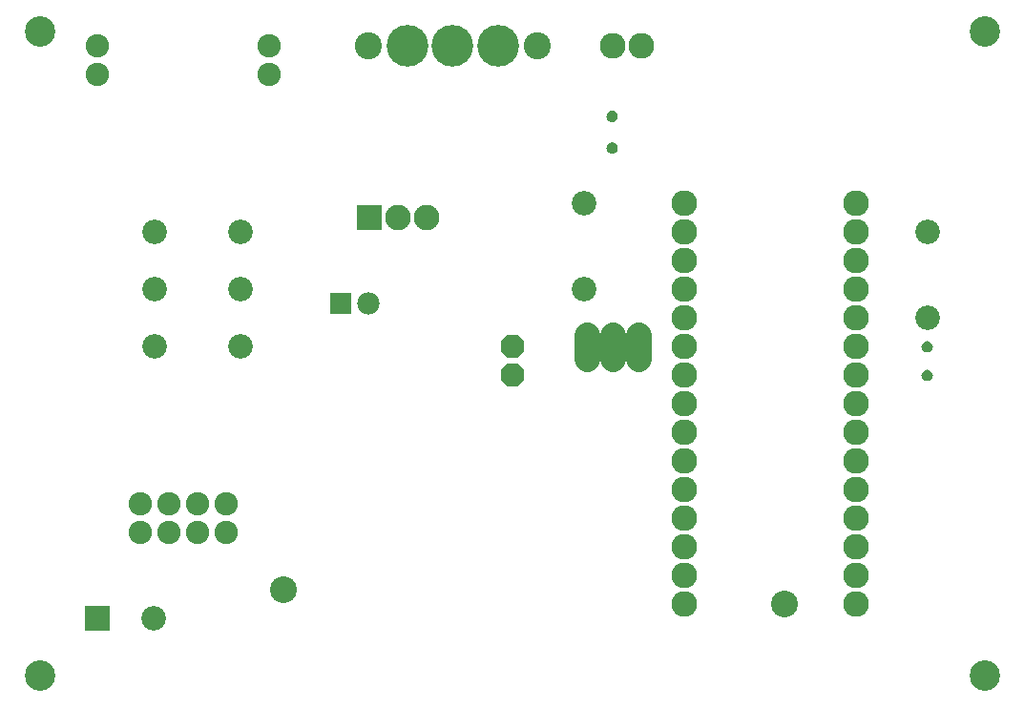
<source format=gbr>
G04 EAGLE Gerber RS-274X export*
G75*
%MOMM*%
%FSLAX34Y34*%
%LPD*%
%INSoldermask Top*%
%IPPOS*%
%AMOC8*
5,1,8,0,0,1.08239X$1,22.5*%
G01*
%ADD10C,2.703200*%
%ADD11R,1.970000X1.970000*%
%ADD12C,1.970000*%
%ADD13C,2.286000*%
%ADD14C,2.286000*%
%ADD15C,2.170000*%
%ADD16C,2.070000*%
%ADD17P,2.240547X8X292.500000*%
%ADD18C,3.703200*%
%ADD19C,2.403200*%
%ADD20R,2.270000X2.270000*%
%ADD21C,2.270000*%
%ADD22R,2.170000X2.170000*%
%ADD23C,2.373200*%

G36*
X533548Y516873D02*
X533548Y516873D01*
X533639Y516872D01*
X534603Y517003D01*
X534651Y517019D01*
X534740Y517038D01*
X535651Y517380D01*
X535694Y517406D01*
X535778Y517445D01*
X536589Y517982D01*
X536625Y518017D01*
X536698Y518073D01*
X537370Y518777D01*
X537398Y518819D01*
X537456Y518890D01*
X537954Y519726D01*
X537955Y519729D01*
X537957Y519731D01*
X537963Y519750D01*
X537972Y519773D01*
X538012Y519855D01*
X538312Y520781D01*
X538319Y520831D01*
X538341Y520920D01*
X538427Y521889D01*
X538423Y521936D01*
X538426Y522011D01*
X538324Y522987D01*
X538310Y523035D01*
X538294Y523125D01*
X537978Y524054D01*
X537954Y524098D01*
X537917Y524183D01*
X537403Y525018D01*
X537369Y525055D01*
X537315Y525130D01*
X536627Y525830D01*
X536586Y525859D01*
X536517Y525919D01*
X535690Y526448D01*
X535644Y526467D01*
X535563Y526511D01*
X534640Y526843D01*
X534590Y526851D01*
X534501Y526876D01*
X533527Y526994D01*
X533477Y526991D01*
X533391Y526995D01*
X532389Y526900D01*
X532340Y526886D01*
X532250Y526870D01*
X531294Y526554D01*
X531249Y526530D01*
X531165Y526495D01*
X530304Y525973D01*
X530266Y525940D01*
X530191Y525887D01*
X529467Y525187D01*
X529438Y525146D01*
X529377Y525077D01*
X528827Y524234D01*
X528807Y524188D01*
X528763Y524107D01*
X528415Y523163D01*
X528406Y523113D01*
X528381Y523025D01*
X528251Y522027D01*
X528253Y521984D01*
X528252Y521858D01*
X528391Y520847D01*
X528407Y520799D01*
X528426Y520709D01*
X528788Y519754D01*
X528814Y519711D01*
X528853Y519627D01*
X529417Y518777D01*
X529452Y518740D01*
X529509Y518668D01*
X530249Y517964D01*
X530291Y517936D01*
X530362Y517878D01*
X531240Y517357D01*
X531287Y517339D01*
X531369Y517298D01*
X532341Y516985D01*
X532391Y516978D01*
X532480Y516957D01*
X533498Y516868D01*
X533548Y516873D01*
G37*
G36*
X533548Y488882D02*
X533548Y488882D01*
X533639Y488881D01*
X534603Y489012D01*
X534651Y489028D01*
X534740Y489047D01*
X535651Y489389D01*
X535694Y489415D01*
X535778Y489454D01*
X536589Y489991D01*
X536625Y490026D01*
X536698Y490082D01*
X537370Y490786D01*
X537398Y490828D01*
X537456Y490899D01*
X537954Y491735D01*
X537955Y491738D01*
X537957Y491740D01*
X537963Y491759D01*
X537972Y491782D01*
X538012Y491864D01*
X538312Y492790D01*
X538319Y492840D01*
X538341Y492929D01*
X538427Y493898D01*
X538423Y493945D01*
X538426Y494020D01*
X538324Y494996D01*
X538310Y495044D01*
X538294Y495134D01*
X537978Y496063D01*
X537954Y496107D01*
X537917Y496192D01*
X537403Y497027D01*
X537369Y497064D01*
X537315Y497139D01*
X536627Y497839D01*
X536586Y497868D01*
X536517Y497928D01*
X535690Y498457D01*
X535644Y498476D01*
X535563Y498520D01*
X534640Y498852D01*
X534590Y498860D01*
X534501Y498885D01*
X533527Y499003D01*
X533477Y499000D01*
X533391Y499004D01*
X532389Y498909D01*
X532340Y498895D01*
X532250Y498879D01*
X531294Y498563D01*
X531249Y498539D01*
X531165Y498504D01*
X530304Y497982D01*
X530266Y497949D01*
X530191Y497896D01*
X529467Y497196D01*
X529438Y497155D01*
X529377Y497086D01*
X528827Y496243D01*
X528807Y496197D01*
X528763Y496116D01*
X528415Y495172D01*
X528406Y495122D01*
X528381Y495034D01*
X528251Y494036D01*
X528253Y493993D01*
X528252Y493867D01*
X528391Y492856D01*
X528407Y492808D01*
X528426Y492718D01*
X528788Y491763D01*
X528814Y491720D01*
X528853Y491636D01*
X529417Y490786D01*
X529452Y490749D01*
X529509Y490677D01*
X530249Y489973D01*
X530291Y489945D01*
X530362Y489887D01*
X531240Y489366D01*
X531287Y489348D01*
X531369Y489307D01*
X532341Y488994D01*
X532391Y488987D01*
X532480Y488966D01*
X533498Y488877D01*
X533548Y488882D01*
G37*
G36*
X812998Y312428D02*
X812998Y312428D01*
X813089Y312427D01*
X814053Y312558D01*
X814101Y312574D01*
X814190Y312593D01*
X815101Y312935D01*
X815144Y312961D01*
X815228Y313000D01*
X816039Y313537D01*
X816075Y313572D01*
X816148Y313628D01*
X816820Y314332D01*
X816848Y314374D01*
X816906Y314445D01*
X817404Y315281D01*
X817405Y315284D01*
X817407Y315286D01*
X817413Y315305D01*
X817422Y315328D01*
X817462Y315410D01*
X817762Y316336D01*
X817769Y316386D01*
X817791Y316475D01*
X817877Y317444D01*
X817873Y317491D01*
X817876Y317566D01*
X817774Y318542D01*
X817760Y318590D01*
X817744Y318680D01*
X817428Y319609D01*
X817404Y319653D01*
X817367Y319738D01*
X816853Y320573D01*
X816819Y320610D01*
X816765Y320685D01*
X816077Y321385D01*
X816036Y321414D01*
X815967Y321474D01*
X815140Y322003D01*
X815094Y322022D01*
X815013Y322066D01*
X814090Y322398D01*
X814040Y322406D01*
X813951Y322431D01*
X812977Y322549D01*
X812927Y322546D01*
X812841Y322550D01*
X811839Y322455D01*
X811790Y322441D01*
X811700Y322425D01*
X810744Y322109D01*
X810699Y322085D01*
X810615Y322050D01*
X809754Y321528D01*
X809716Y321495D01*
X809641Y321442D01*
X808917Y320742D01*
X808888Y320701D01*
X808827Y320632D01*
X808277Y319789D01*
X808257Y319743D01*
X808213Y319662D01*
X807865Y318718D01*
X807856Y318668D01*
X807831Y318580D01*
X807701Y317582D01*
X807703Y317539D01*
X807702Y317413D01*
X807841Y316402D01*
X807857Y316354D01*
X807876Y316264D01*
X808238Y315309D01*
X808264Y315266D01*
X808303Y315182D01*
X808867Y314332D01*
X808902Y314295D01*
X808959Y314223D01*
X809699Y313519D01*
X809741Y313491D01*
X809812Y313433D01*
X810690Y312912D01*
X810737Y312894D01*
X810819Y312853D01*
X811791Y312540D01*
X811841Y312533D01*
X811930Y312512D01*
X812948Y312423D01*
X812998Y312428D01*
G37*
G36*
X812998Y287028D02*
X812998Y287028D01*
X813089Y287027D01*
X814053Y287158D01*
X814101Y287174D01*
X814190Y287193D01*
X815101Y287535D01*
X815144Y287561D01*
X815228Y287600D01*
X816039Y288137D01*
X816075Y288172D01*
X816148Y288228D01*
X816820Y288932D01*
X816848Y288974D01*
X816906Y289045D01*
X817404Y289881D01*
X817405Y289884D01*
X817407Y289886D01*
X817413Y289905D01*
X817422Y289928D01*
X817462Y290010D01*
X817762Y290936D01*
X817769Y290986D01*
X817791Y291075D01*
X817877Y292044D01*
X817873Y292091D01*
X817876Y292166D01*
X817774Y293142D01*
X817760Y293190D01*
X817744Y293280D01*
X817428Y294209D01*
X817404Y294253D01*
X817367Y294338D01*
X816853Y295173D01*
X816819Y295210D01*
X816765Y295285D01*
X816077Y295985D01*
X816036Y296014D01*
X815967Y296074D01*
X815140Y296603D01*
X815094Y296622D01*
X815013Y296666D01*
X814090Y296998D01*
X814040Y297006D01*
X813951Y297031D01*
X812977Y297149D01*
X812927Y297146D01*
X812841Y297150D01*
X811839Y297055D01*
X811790Y297041D01*
X811700Y297025D01*
X810744Y296709D01*
X810699Y296685D01*
X810615Y296650D01*
X809754Y296128D01*
X809716Y296095D01*
X809641Y296042D01*
X808917Y295342D01*
X808888Y295301D01*
X808827Y295232D01*
X808277Y294389D01*
X808257Y294343D01*
X808213Y294262D01*
X807865Y293318D01*
X807856Y293268D01*
X807831Y293180D01*
X807701Y292182D01*
X807703Y292139D01*
X807702Y292013D01*
X807841Y291002D01*
X807857Y290954D01*
X807876Y290864D01*
X808238Y289909D01*
X808264Y289866D01*
X808303Y289782D01*
X808867Y288932D01*
X808902Y288895D01*
X808959Y288823D01*
X809699Y288119D01*
X809741Y288091D01*
X809812Y288033D01*
X810690Y287512D01*
X810737Y287494D01*
X810819Y287453D01*
X811791Y287140D01*
X811841Y287133D01*
X811930Y287112D01*
X812948Y287023D01*
X812998Y287028D01*
G37*
D10*
X25400Y596900D03*
X25400Y25400D03*
X863600Y25400D03*
X863600Y596900D03*
D11*
X292300Y355600D03*
D12*
X317300Y355600D03*
D13*
X596900Y266700D03*
X596900Y292100D03*
X596900Y317500D03*
X596900Y342900D03*
X596900Y368300D03*
X596900Y393700D03*
X596900Y241300D03*
X596900Y215900D03*
X596900Y190500D03*
X596900Y165100D03*
X596900Y139700D03*
X596900Y114300D03*
X596900Y88900D03*
X596900Y419100D03*
X596900Y444500D03*
X749300Y266700D03*
X749300Y241300D03*
X749300Y215900D03*
X749300Y190500D03*
X749300Y165100D03*
X749300Y139700D03*
X749300Y292100D03*
X749300Y317500D03*
X749300Y342900D03*
X749300Y368300D03*
X749300Y393700D03*
X749300Y419100D03*
X749300Y444500D03*
X749300Y114300D03*
X749300Y88900D03*
X533400Y584200D03*
X558800Y584200D03*
D14*
X556260Y327914D02*
X556260Y307086D01*
X533400Y307086D02*
X533400Y327914D01*
X510540Y327914D02*
X510540Y307086D01*
D15*
X127000Y317500D03*
X203200Y317500D03*
X508000Y368300D03*
X508000Y444500D03*
X812800Y342900D03*
X812800Y419100D03*
X203200Y419100D03*
X127000Y419100D03*
X127000Y368300D03*
X203200Y368300D03*
D16*
X114300Y152400D03*
X139700Y152400D03*
X165100Y152400D03*
X190500Y152400D03*
X114300Y177800D03*
X139700Y177800D03*
X165100Y177800D03*
X190500Y177800D03*
X228600Y558800D03*
X228600Y584200D03*
X76200Y584200D03*
X76200Y558800D03*
D17*
X444500Y317500D03*
X444500Y292100D03*
D18*
X431800Y584200D03*
X391800Y584200D03*
X351800Y584200D03*
D19*
X466800Y584200D03*
X316800Y584200D03*
D20*
X317500Y431800D03*
D21*
X342900Y431800D03*
X368300Y431800D03*
D15*
X126600Y76200D03*
D22*
X76600Y76200D03*
D23*
X241300Y101600D03*
X685800Y88900D03*
M02*

</source>
